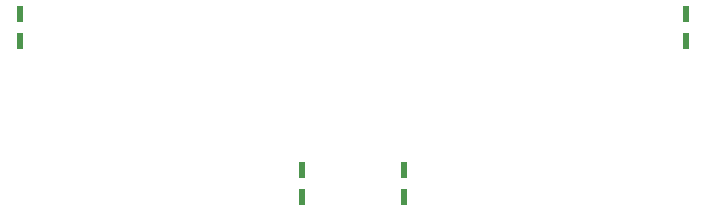
<source format=gbp>
%FSDAX24Y24*%
%MOIN*%
%SFA1B1*%

%IPPOS*%
%ADD22R,0.021654X0.057087*%
%LNpcb_relayboard-1*%
%LPD*%
G54D22*
X001700Y009737D03*
Y010662D03*
X023900D03*
Y009737D03*
X014500Y004537D03*
Y005462D03*
X011100D03*
Y004537D03*
M02*
</source>
